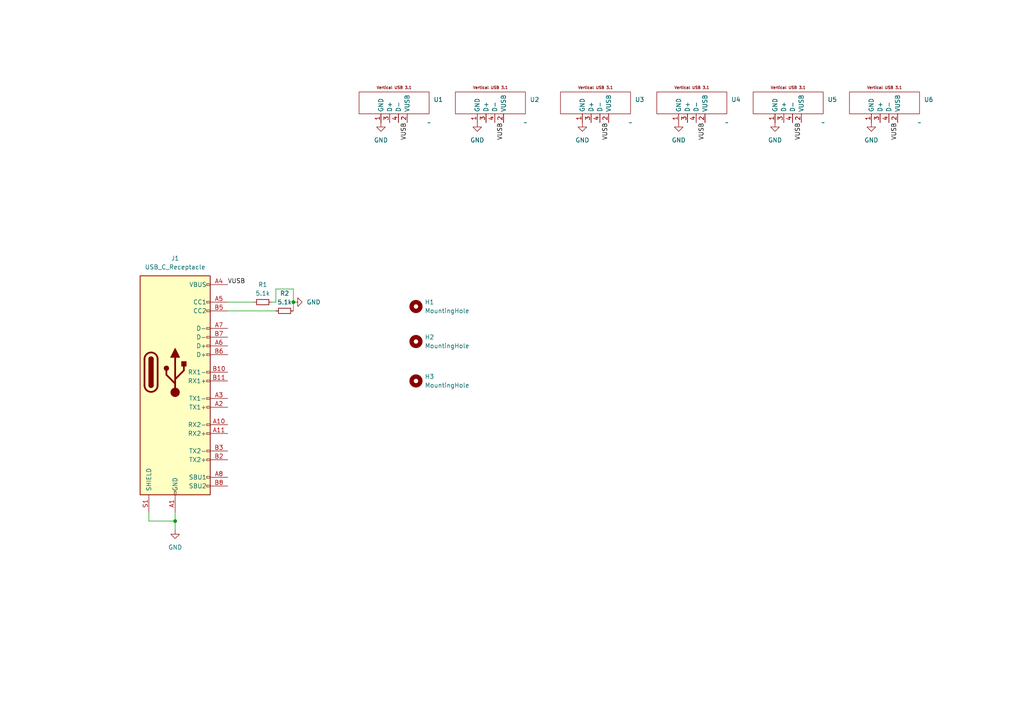
<source format=kicad_sch>
(kicad_sch (version 20230121) (generator eeschema)

  (uuid bf531434-e419-4ecc-a586-d4f15a7d85e9)

  (paper "A4")

  (lib_symbols
    (symbol "Connector:USB_C_Receptacle" (pin_names (offset 1.016)) (in_bom yes) (on_board yes)
      (property "Reference" "J" (at -10.16 29.21 0)
        (effects (font (size 1.27 1.27)) (justify left))
      )
      (property "Value" "USB_C_Receptacle" (at 10.16 29.21 0)
        (effects (font (size 1.27 1.27)) (justify right))
      )
      (property "Footprint" "" (at 3.81 0 0)
        (effects (font (size 1.27 1.27)) hide)
      )
      (property "Datasheet" "https://www.usb.org/sites/default/files/documents/usb_type-c.zip" (at 3.81 0 0)
        (effects (font (size 1.27 1.27)) hide)
      )
      (property "ki_keywords" "usb universal serial bus type-C full-featured" (at 0 0 0)
        (effects (font (size 1.27 1.27)) hide)
      )
      (property "ki_description" "USB Full-Featured Type-C Receptacle connector" (at 0 0 0)
        (effects (font (size 1.27 1.27)) hide)
      )
      (property "ki_fp_filters" "USB*C*Receptacle*" (at 0 0 0)
        (effects (font (size 1.27 1.27)) hide)
      )
      (symbol "USB_C_Receptacle_0_0"
        (rectangle (start -0.254 -35.56) (end 0.254 -34.544)
          (stroke (width 0) (type default))
          (fill (type none))
        )
        (rectangle (start 10.16 -32.766) (end 9.144 -33.274)
          (stroke (width 0) (type default))
          (fill (type none))
        )
        (rectangle (start 10.16 -30.226) (end 9.144 -30.734)
          (stroke (width 0) (type default))
          (fill (type none))
        )
        (rectangle (start 10.16 -25.146) (end 9.144 -25.654)
          (stroke (width 0) (type default))
          (fill (type none))
        )
        (rectangle (start 10.16 -22.606) (end 9.144 -23.114)
          (stroke (width 0) (type default))
          (fill (type none))
        )
        (rectangle (start 10.16 -17.526) (end 9.144 -18.034)
          (stroke (width 0) (type default))
          (fill (type none))
        )
        (rectangle (start 10.16 -14.986) (end 9.144 -15.494)
          (stroke (width 0) (type default))
          (fill (type none))
        )
        (rectangle (start 10.16 -9.906) (end 9.144 -10.414)
          (stroke (width 0) (type default))
          (fill (type none))
        )
        (rectangle (start 10.16 -7.366) (end 9.144 -7.874)
          (stroke (width 0) (type default))
          (fill (type none))
        )
        (rectangle (start 10.16 -2.286) (end 9.144 -2.794)
          (stroke (width 0) (type default))
          (fill (type none))
        )
        (rectangle (start 10.16 0.254) (end 9.144 -0.254)
          (stroke (width 0) (type default))
          (fill (type none))
        )
        (rectangle (start 10.16 5.334) (end 9.144 4.826)
          (stroke (width 0) (type default))
          (fill (type none))
        )
        (rectangle (start 10.16 7.874) (end 9.144 7.366)
          (stroke (width 0) (type default))
          (fill (type none))
        )
        (rectangle (start 10.16 10.414) (end 9.144 9.906)
          (stroke (width 0) (type default))
          (fill (type none))
        )
        (rectangle (start 10.16 12.954) (end 9.144 12.446)
          (stroke (width 0) (type default))
          (fill (type none))
        )
        (rectangle (start 10.16 18.034) (end 9.144 17.526)
          (stroke (width 0) (type default))
          (fill (type none))
        )
        (rectangle (start 10.16 20.574) (end 9.144 20.066)
          (stroke (width 0) (type default))
          (fill (type none))
        )
        (rectangle (start 10.16 25.654) (end 9.144 25.146)
          (stroke (width 0) (type default))
          (fill (type none))
        )
      )
      (symbol "USB_C_Receptacle_0_1"
        (rectangle (start -10.16 27.94) (end 10.16 -35.56)
          (stroke (width 0.254) (type default))
          (fill (type background))
        )
        (arc (start -8.89 -3.81) (mid -6.985 -5.7067) (end -5.08 -3.81)
          (stroke (width 0.508) (type default))
          (fill (type none))
        )
        (arc (start -7.62 -3.81) (mid -6.985 -4.4423) (end -6.35 -3.81)
          (stroke (width 0.254) (type default))
          (fill (type none))
        )
        (arc (start -7.62 -3.81) (mid -6.985 -4.4423) (end -6.35 -3.81)
          (stroke (width 0.254) (type default))
          (fill (type outline))
        )
        (rectangle (start -7.62 -3.81) (end -6.35 3.81)
          (stroke (width 0.254) (type default))
          (fill (type outline))
        )
        (arc (start -6.35 3.81) (mid -6.985 4.4423) (end -7.62 3.81)
          (stroke (width 0.254) (type default))
          (fill (type none))
        )
        (arc (start -6.35 3.81) (mid -6.985 4.4423) (end -7.62 3.81)
          (stroke (width 0.254) (type default))
          (fill (type outline))
        )
        (arc (start -5.08 3.81) (mid -6.985 5.7067) (end -8.89 3.81)
          (stroke (width 0.508) (type default))
          (fill (type none))
        )
        (polyline
          (pts
            (xy -8.89 -3.81)
            (xy -8.89 3.81)
          )
          (stroke (width 0.508) (type default))
          (fill (type none))
        )
        (polyline
          (pts
            (xy -5.08 3.81)
            (xy -5.08 -3.81)
          )
          (stroke (width 0.508) (type default))
          (fill (type none))
        )
      )
      (symbol "USB_C_Receptacle_1_1"
        (circle (center -2.54 1.143) (radius 0.635)
          (stroke (width 0.254) (type default))
          (fill (type outline))
        )
        (circle (center 0 -5.842) (radius 1.27)
          (stroke (width 0) (type default))
          (fill (type outline))
        )
        (polyline
          (pts
            (xy 0 -5.842)
            (xy 0 4.318)
          )
          (stroke (width 0.508) (type default))
          (fill (type none))
        )
        (polyline
          (pts
            (xy 0 -3.302)
            (xy -2.54 -0.762)
            (xy -2.54 0.508)
          )
          (stroke (width 0.508) (type default))
          (fill (type none))
        )
        (polyline
          (pts
            (xy 0 -2.032)
            (xy 2.54 0.508)
            (xy 2.54 1.778)
          )
          (stroke (width 0.508) (type default))
          (fill (type none))
        )
        (polyline
          (pts
            (xy -1.27 4.318)
            (xy 0 6.858)
            (xy 1.27 4.318)
            (xy -1.27 4.318)
          )
          (stroke (width 0.254) (type default))
          (fill (type outline))
        )
        (rectangle (start 1.905 1.778) (end 3.175 3.048)
          (stroke (width 0.254) (type default))
          (fill (type outline))
        )
        (pin passive line (at 0 -40.64 90) (length 5.08)
          (name "GND" (effects (font (size 1.27 1.27))))
          (number "A1" (effects (font (size 1.27 1.27))))
        )
        (pin bidirectional line (at 15.24 -15.24 180) (length 5.08)
          (name "RX2-" (effects (font (size 1.27 1.27))))
          (number "A10" (effects (font (size 1.27 1.27))))
        )
        (pin bidirectional line (at 15.24 -17.78 180) (length 5.08)
          (name "RX2+" (effects (font (size 1.27 1.27))))
          (number "A11" (effects (font (size 1.27 1.27))))
        )
        (pin passive line (at 0 -40.64 90) (length 5.08) hide
          (name "GND" (effects (font (size 1.27 1.27))))
          (number "A12" (effects (font (size 1.27 1.27))))
        )
        (pin bidirectional line (at 15.24 -10.16 180) (length 5.08)
          (name "TX1+" (effects (font (size 1.27 1.27))))
          (number "A2" (effects (font (size 1.27 1.27))))
        )
        (pin bidirectional line (at 15.24 -7.62 180) (length 5.08)
          (name "TX1-" (effects (font (size 1.27 1.27))))
          (number "A3" (effects (font (size 1.27 1.27))))
        )
        (pin passive line (at 15.24 25.4 180) (length 5.08)
          (name "VBUS" (effects (font (size 1.27 1.27))))
          (number "A4" (effects (font (size 1.27 1.27))))
        )
        (pin bidirectional line (at 15.24 20.32 180) (length 5.08)
          (name "CC1" (effects (font (size 1.27 1.27))))
          (number "A5" (effects (font (size 1.27 1.27))))
        )
        (pin bidirectional line (at 15.24 7.62 180) (length 5.08)
          (name "D+" (effects (font (size 1.27 1.27))))
          (number "A6" (effects (font (size 1.27 1.27))))
        )
        (pin bidirectional line (at 15.24 12.7 180) (length 5.08)
          (name "D-" (effects (font (size 1.27 1.27))))
          (number "A7" (effects (font (size 1.27 1.27))))
        )
        (pin bidirectional line (at 15.24 -30.48 180) (length 5.08)
          (name "SBU1" (effects (font (size 1.27 1.27))))
          (number "A8" (effects (font (size 1.27 1.27))))
        )
        (pin passive line (at 15.24 25.4 180) (length 5.08) hide
          (name "VBUS" (effects (font (size 1.27 1.27))))
          (number "A9" (effects (font (size 1.27 1.27))))
        )
        (pin passive line (at 0 -40.64 90) (length 5.08) hide
          (name "GND" (effects (font (size 1.27 1.27))))
          (number "B1" (effects (font (size 1.27 1.27))))
        )
        (pin bidirectional line (at 15.24 0 180) (length 5.08)
          (name "RX1-" (effects (font (size 1.27 1.27))))
          (number "B10" (effects (font (size 1.27 1.27))))
        )
        (pin bidirectional line (at 15.24 -2.54 180) (length 5.08)
          (name "RX1+" (effects (font (size 1.27 1.27))))
          (number "B11" (effects (font (size 1.27 1.27))))
        )
        (pin passive line (at 0 -40.64 90) (length 5.08) hide
          (name "GND" (effects (font (size 1.27 1.27))))
          (number "B12" (effects (font (size 1.27 1.27))))
        )
        (pin bidirectional line (at 15.24 -25.4 180) (length 5.08)
          (name "TX2+" (effects (font (size 1.27 1.27))))
          (number "B2" (effects (font (size 1.27 1.27))))
        )
        (pin bidirectional line (at 15.24 -22.86 180) (length 5.08)
          (name "TX2-" (effects (font (size 1.27 1.27))))
          (number "B3" (effects (font (size 1.27 1.27))))
        )
        (pin passive line (at 15.24 25.4 180) (length 5.08) hide
          (name "VBUS" (effects (font (size 1.27 1.27))))
          (number "B4" (effects (font (size 1.27 1.27))))
        )
        (pin bidirectional line (at 15.24 17.78 180) (length 5.08)
          (name "CC2" (effects (font (size 1.27 1.27))))
          (number "B5" (effects (font (size 1.27 1.27))))
        )
        (pin bidirectional line (at 15.24 5.08 180) (length 5.08)
          (name "D+" (effects (font (size 1.27 1.27))))
          (number "B6" (effects (font (size 1.27 1.27))))
        )
        (pin bidirectional line (at 15.24 10.16 180) (length 5.08)
          (name "D-" (effects (font (size 1.27 1.27))))
          (number "B7" (effects (font (size 1.27 1.27))))
        )
        (pin bidirectional line (at 15.24 -33.02 180) (length 5.08)
          (name "SBU2" (effects (font (size 1.27 1.27))))
          (number "B8" (effects (font (size 1.27 1.27))))
        )
        (pin passive line (at 15.24 25.4 180) (length 5.08) hide
          (name "VBUS" (effects (font (size 1.27 1.27))))
          (number "B9" (effects (font (size 1.27 1.27))))
        )
        (pin passive line (at -7.62 -40.64 90) (length 5.08)
          (name "SHIELD" (effects (font (size 1.27 1.27))))
          (number "S1" (effects (font (size 1.27 1.27))))
        )
      )
    )
    (symbol "Device:R_Small" (pin_numbers hide) (pin_names (offset 0.254) hide) (in_bom yes) (on_board yes)
      (property "Reference" "R" (at 0.762 0.508 0)
        (effects (font (size 1.27 1.27)) (justify left))
      )
      (property "Value" "R_Small" (at 0.762 -1.016 0)
        (effects (font (size 1.27 1.27)) (justify left))
      )
      (property "Footprint" "" (at 0 0 0)
        (effects (font (size 1.27 1.27)) hide)
      )
      (property "Datasheet" "~" (at 0 0 0)
        (effects (font (size 1.27 1.27)) hide)
      )
      (property "ki_keywords" "R resistor" (at 0 0 0)
        (effects (font (size 1.27 1.27)) hide)
      )
      (property "ki_description" "Resistor, small symbol" (at 0 0 0)
        (effects (font (size 1.27 1.27)) hide)
      )
      (property "ki_fp_filters" "R_*" (at 0 0 0)
        (effects (font (size 1.27 1.27)) hide)
      )
      (symbol "R_Small_0_1"
        (rectangle (start -0.762 1.778) (end 0.762 -1.778)
          (stroke (width 0.2032) (type default))
          (fill (type none))
        )
      )
      (symbol "R_Small_1_1"
        (pin passive line (at 0 2.54 270) (length 0.762)
          (name "~" (effects (font (size 1.27 1.27))))
          (number "1" (effects (font (size 1.27 1.27))))
        )
        (pin passive line (at 0 -2.54 90) (length 0.762)
          (name "~" (effects (font (size 1.27 1.27))))
          (number "2" (effects (font (size 1.27 1.27))))
        )
      )
    )
    (symbol "Mechanical:MountingHole" (pin_names (offset 1.016)) (in_bom yes) (on_board yes)
      (property "Reference" "H" (at 0 5.08 0)
        (effects (font (size 1.27 1.27)))
      )
      (property "Value" "MountingHole" (at 0 3.175 0)
        (effects (font (size 1.27 1.27)))
      )
      (property "Footprint" "" (at 0 0 0)
        (effects (font (size 1.27 1.27)) hide)
      )
      (property "Datasheet" "~" (at 0 0 0)
        (effects (font (size 1.27 1.27)) hide)
      )
      (property "ki_keywords" "mounting hole" (at 0 0 0)
        (effects (font (size 1.27 1.27)) hide)
      )
      (property "ki_description" "Mounting Hole without connection" (at 0 0 0)
        (effects (font (size 1.27 1.27)) hide)
      )
      (property "ki_fp_filters" "MountingHole*" (at 0 0 0)
        (effects (font (size 1.27 1.27)) hide)
      )
      (symbol "MountingHole_0_1"
        (circle (center 0 0) (radius 1.27)
          (stroke (width 1.27) (type default))
          (fill (type none))
        )
      )
    )
    (symbol "power:GND" (power) (pin_names (offset 0)) (in_bom yes) (on_board yes)
      (property "Reference" "#PWR" (at 0 -6.35 0)
        (effects (font (size 1.27 1.27)) hide)
      )
      (property "Value" "GND" (at 0 -3.81 0)
        (effects (font (size 1.27 1.27)))
      )
      (property "Footprint" "" (at 0 0 0)
        (effects (font (size 1.27 1.27)) hide)
      )
      (property "Datasheet" "" (at 0 0 0)
        (effects (font (size 1.27 1.27)) hide)
      )
      (property "ki_keywords" "global power" (at 0 0 0)
        (effects (font (size 1.27 1.27)) hide)
      )
      (property "ki_description" "Power symbol creates a global label with name \"GND\" , ground" (at 0 0 0)
        (effects (font (size 1.27 1.27)) hide)
      )
      (symbol "GND_0_1"
        (polyline
          (pts
            (xy 0 0)
            (xy 0 -1.27)
            (xy 1.27 -1.27)
            (xy 0 -2.54)
            (xy -1.27 -1.27)
            (xy 0 -1.27)
          )
          (stroke (width 0) (type default))
          (fill (type none))
        )
      )
      (symbol "GND_1_1"
        (pin power_in line (at 0 0 270) (length 0) hide
          (name "GND" (effects (font (size 1.27 1.27))))
          (number "1" (effects (font (size 1.27 1.27))))
        )
      )
    )
    (symbol "verticalusb:VertUSB31" (in_bom yes) (on_board yes)
      (property "Reference" "U" (at -8.89 7.62 0)
        (effects (font (size 1.27 1.27)))
      )
      (property "Value" "" (at 10.16 -2.54 0)
        (effects (font (size 1.27 1.27)))
      )
      (property "Footprint" "" (at 10.16 -2.54 0)
        (effects (font (size 1.27 1.27)) hide)
      )
      (property "Datasheet" "" (at 10.16 -2.54 0)
        (effects (font (size 1.27 1.27)) hide)
      )
      (symbol "VertUSB31_0_1"
        (rectangle (start -10.16 6.35) (end 10.16 0)
          (stroke (width 0) (type default))
          (fill (type none))
        )
      )
      (symbol "VertUSB31_1_1"
        (text "Vertical USB 3.1" (at 0 7.62 0)
          (effects (font (size 0.8 0.8)))
        )
        (pin power_in line (at -3.81 -2.54 90) (length 2.54)
          (name "GND" (effects (font (size 1.27 1.27))))
          (number "1" (effects (font (size 1.27 1.27))))
        )
        (pin power_in line (at 3.81 -2.54 90) (length 2.54)
          (name "VUSB" (effects (font (size 1.27 1.27))))
          (number "2" (effects (font (size 1.27 1.27))))
        )
        (pin bidirectional line (at -1.27 -2.54 90) (length 2.54)
          (name "D+" (effects (font (size 1.27 1.27))))
          (number "3" (effects (font (size 1.27 1.27))))
        )
        (pin bidirectional line (at 1.27 -2.54 90) (length 2.54)
          (name "D-" (effects (font (size 1.27 1.27))))
          (number "4" (effects (font (size 1.27 1.27))))
        )
      )
    )
  )

  (junction (at 50.8 151.13) (diameter 0) (color 0 0 0 0)
    (uuid 0eb1cb16-7fbe-49d5-bef5-d148c3680fff)
  )
  (junction (at 85.09 87.63) (diameter 0) (color 0 0 0 0)
    (uuid 7b1c4df6-69d0-428a-8358-c1f73c456a91)
  )

  (wire (pts (xy 43.18 151.13) (xy 50.8 151.13))
    (stroke (width 0) (type default))
    (uuid 5378cdbd-d17b-4101-b3a0-ab699ca78d11)
  )
  (wire (pts (xy 80.01 83.82) (xy 85.09 83.82))
    (stroke (width 0) (type default))
    (uuid 7a9d3ab8-737f-432b-9b74-7301f944e498)
  )
  (wire (pts (xy 43.18 148.59) (xy 43.18 151.13))
    (stroke (width 0) (type default))
    (uuid 7b370ab8-9ce1-4822-ad94-28dbc5473c74)
  )
  (wire (pts (xy 50.8 151.13) (xy 50.8 153.67))
    (stroke (width 0) (type default))
    (uuid a61fd825-1fd7-479f-b016-6f761c5cfd95)
  )
  (wire (pts (xy 66.04 90.17) (xy 80.01 90.17))
    (stroke (width 0) (type default))
    (uuid ad0d4cd0-8b93-432b-9b7f-f0bb83d2d3cb)
  )
  (wire (pts (xy 66.04 87.63) (xy 73.66 87.63))
    (stroke (width 0) (type default))
    (uuid b814f221-20d7-4db4-ad30-0f0c8ab1d747)
  )
  (wire (pts (xy 85.09 87.63) (xy 85.09 90.17))
    (stroke (width 0) (type default))
    (uuid c011cb27-a590-43df-8297-0ee9c5f986fd)
  )
  (wire (pts (xy 85.09 83.82) (xy 85.09 87.63))
    (stroke (width 0) (type default))
    (uuid d8defdff-7c3b-443c-b4f1-52f52c11391c)
  )
  (wire (pts (xy 80.01 87.63) (xy 80.01 83.82))
    (stroke (width 0) (type default))
    (uuid f3dbe05f-981a-4586-ae16-84db473683eb)
  )
  (wire (pts (xy 50.8 148.59) (xy 50.8 151.13))
    (stroke (width 0) (type default))
    (uuid f8cc18a2-ae4a-4896-9dcf-99231c291a30)
  )
  (wire (pts (xy 78.74 87.63) (xy 80.01 87.63))
    (stroke (width 0) (type default))
    (uuid fb61fee7-209c-4eb6-b842-55637404a4a1)
  )

  (label "VUSB" (at 118.11 35.56 270) (fields_autoplaced)
    (effects (font (size 1.27 1.27)) (justify right bottom))
    (uuid 2c722fb9-ad38-4cd9-b764-d4d96f3489b1)
  )
  (label "VUSB" (at 204.47 35.56 270) (fields_autoplaced)
    (effects (font (size 1.27 1.27)) (justify right bottom))
    (uuid 305d94ff-ac14-40c7-a50b-0ce3c170915e)
  )
  (label "VUSB" (at 66.04 82.55 0) (fields_autoplaced)
    (effects (font (size 1.27 1.27)) (justify left bottom))
    (uuid 7a36ea55-6ff7-4b5d-9d1b-b2de9284ed2b)
  )
  (label "VUSB" (at 176.53 35.56 270) (fields_autoplaced)
    (effects (font (size 1.27 1.27)) (justify right bottom))
    (uuid 84d788f8-90cb-4c28-82bb-2399bf3f4a30)
  )
  (label "VUSB" (at 232.41 35.56 270) (fields_autoplaced)
    (effects (font (size 1.27 1.27)) (justify right bottom))
    (uuid a6855ba9-bdff-4e45-9240-bea70f15a6bc)
  )
  (label "VUSB" (at 260.35 35.56 270) (fields_autoplaced)
    (effects (font (size 1.27 1.27)) (justify right bottom))
    (uuid d31385cd-e1b4-423b-890d-6137703d5397)
  )
  (label "VUSB" (at 146.05 35.56 270) (fields_autoplaced)
    (effects (font (size 1.27 1.27)) (justify right bottom))
    (uuid f6fcd033-d4fe-43da-b055-1fa488f7c509)
  )

  (symbol (lib_id "power:GND") (at 196.85 35.56 0) (unit 1)
    (in_bom yes) (on_board yes) (dnp no) (fields_autoplaced)
    (uuid 15c345de-0b57-4f87-9294-b1df75699a33)
    (property "Reference" "#PWR04" (at 196.85 41.91 0)
      (effects (font (size 1.27 1.27)) hide)
    )
    (property "Value" "GND" (at 196.85 40.64 0)
      (effects (font (size 1.27 1.27)))
    )
    (property "Footprint" "" (at 196.85 35.56 0)
      (effects (font (size 1.27 1.27)) hide)
    )
    (property "Datasheet" "" (at 196.85 35.56 0)
      (effects (font (size 1.27 1.27)) hide)
    )
    (pin "1" (uuid 5c440d58-a951-4815-85d2-2a089dd5bada))
    (instances
      (project "verticalusb"
        (path "/bf531434-e419-4ecc-a586-d4f15a7d85e9"
          (reference "#PWR04") (unit 1)
        )
      )
    )
  )

  (symbol (lib_id "power:GND") (at 85.09 87.63 90) (unit 1)
    (in_bom yes) (on_board yes) (dnp no) (fields_autoplaced)
    (uuid 1b8ba479-5c94-4fa9-a95a-ec6557665e2e)
    (property "Reference" "#PWR08" (at 91.44 87.63 0)
      (effects (font (size 1.27 1.27)) hide)
    )
    (property "Value" "GND" (at 88.9 87.63 90)
      (effects (font (size 1.27 1.27)) (justify right))
    )
    (property "Footprint" "" (at 85.09 87.63 0)
      (effects (font (size 1.27 1.27)) hide)
    )
    (property "Datasheet" "" (at 85.09 87.63 0)
      (effects (font (size 1.27 1.27)) hide)
    )
    (pin "1" (uuid 2b6707ff-dacd-40e0-b532-da546493dd8d))
    (instances
      (project "verticalusb"
        (path "/bf531434-e419-4ecc-a586-d4f15a7d85e9"
          (reference "#PWR08") (unit 1)
        )
      )
    )
  )

  (symbol (lib_id "Mechanical:MountingHole") (at 120.65 88.9 0) (unit 1)
    (in_bom yes) (on_board yes) (dnp no) (fields_autoplaced)
    (uuid 3048424d-ac7a-42e7-a9d6-f7d1c365e6b3)
    (property "Reference" "H1" (at 123.19 87.63 0)
      (effects (font (size 1.27 1.27)) (justify left))
    )
    (property "Value" "MountingHole" (at 123.19 90.17 0)
      (effects (font (size 1.27 1.27)) (justify left))
    )
    (property "Footprint" "MountingHole:MountingHole_3.2mm_M3" (at 120.65 88.9 0)
      (effects (font (size 1.27 1.27)) hide)
    )
    (property "Datasheet" "~" (at 120.65 88.9 0)
      (effects (font (size 1.27 1.27)) hide)
    )
    (instances
      (project "verticalusb"
        (path "/bf531434-e419-4ecc-a586-d4f15a7d85e9"
          (reference "H1") (unit 1)
        )
      )
    )
  )

  (symbol (lib_id "verticalusb:VertUSB31") (at 142.24 33.02 0) (unit 1)
    (in_bom yes) (on_board yes) (dnp no) (fields_autoplaced)
    (uuid 31ed5df1-84df-4883-9de9-7622fc9e5612)
    (property "Reference" "U2" (at 153.67 28.8882 0)
      (effects (font (size 1.27 1.27)) (justify left))
    )
    (property "Value" "~" (at 152.4 35.56 0)
      (effects (font (size 1.27 1.27)))
    )
    (property "Footprint" "verticalub:VertUSB 3.1" (at 152.4 35.56 0)
      (effects (font (size 1.27 1.27)) hide)
    )
    (property "Datasheet" "" (at 152.4 35.56 0)
      (effects (font (size 1.27 1.27)) hide)
    )
    (pin "1" (uuid 16c7d33b-5f58-4b7a-88ea-3acda6786955))
    (pin "2" (uuid 105a0bed-9a94-48f4-ac0f-4bb88ef82b71))
    (pin "3" (uuid 01b43a8b-0885-42fe-beaa-f93a356a2e86))
    (pin "4" (uuid f3326ff3-1667-4dd7-806d-f00969516f72))
    (instances
      (project "verticalusb"
        (path "/bf531434-e419-4ecc-a586-d4f15a7d85e9"
          (reference "U2") (unit 1)
        )
      )
    )
  )

  (symbol (lib_id "power:GND") (at 168.91 35.56 0) (unit 1)
    (in_bom yes) (on_board yes) (dnp no) (fields_autoplaced)
    (uuid 31fe38f4-0b76-4e29-95db-992eab71b4dd)
    (property "Reference" "#PWR03" (at 168.91 41.91 0)
      (effects (font (size 1.27 1.27)) hide)
    )
    (property "Value" "GND" (at 168.91 40.64 0)
      (effects (font (size 1.27 1.27)))
    )
    (property "Footprint" "" (at 168.91 35.56 0)
      (effects (font (size 1.27 1.27)) hide)
    )
    (property "Datasheet" "" (at 168.91 35.56 0)
      (effects (font (size 1.27 1.27)) hide)
    )
    (pin "1" (uuid a8258abd-2c1d-4c0b-8d57-fbe47c6bef3a))
    (instances
      (project "verticalusb"
        (path "/bf531434-e419-4ecc-a586-d4f15a7d85e9"
          (reference "#PWR03") (unit 1)
        )
      )
    )
  )

  (symbol (lib_id "verticalusb:VertUSB31") (at 172.72 33.02 0) (unit 1)
    (in_bom yes) (on_board yes) (dnp no) (fields_autoplaced)
    (uuid 3ba40c2e-756a-46a8-9dfd-eac61ef3d779)
    (property "Reference" "U3" (at 184.15 28.8882 0)
      (effects (font (size 1.27 1.27)) (justify left))
    )
    (property "Value" "~" (at 182.88 35.56 0)
      (effects (font (size 1.27 1.27)))
    )
    (property "Footprint" "verticalub:VertUSB 3.1" (at 182.88 35.56 0)
      (effects (font (size 1.27 1.27)) hide)
    )
    (property "Datasheet" "" (at 182.88 35.56 0)
      (effects (font (size 1.27 1.27)) hide)
    )
    (pin "1" (uuid 526c8d14-8e4e-4801-bb20-0e3391084f7c))
    (pin "2" (uuid 07d57e8f-d042-4870-aaea-c120b1f3c02c))
    (pin "3" (uuid f3d45230-a689-40ef-9469-ed7f7efc100d))
    (pin "4" (uuid c8a3df06-51d5-4f99-ba45-a8370db59d4b))
    (instances
      (project "verticalusb"
        (path "/bf531434-e419-4ecc-a586-d4f15a7d85e9"
          (reference "U3") (unit 1)
        )
      )
    )
  )

  (symbol (lib_id "Device:R_Small") (at 76.2 87.63 90) (unit 1)
    (in_bom yes) (on_board yes) (dnp no) (fields_autoplaced)
    (uuid 46e5e537-d130-435d-9cd0-f6b129432711)
    (property "Reference" "R1" (at 76.2 82.55 90)
      (effects (font (size 1.27 1.27)))
    )
    (property "Value" "5.1k" (at 76.2 85.09 90)
      (effects (font (size 1.27 1.27)))
    )
    (property "Footprint" "Resistor_SMD:R_0603_1608Metric" (at 76.2 87.63 0)
      (effects (font (size 1.27 1.27)) hide)
    )
    (property "Datasheet" "~" (at 76.2 87.63 0)
      (effects (font (size 1.27 1.27)) hide)
    )
    (pin "1" (uuid f02a1fa8-3e11-484e-ad22-0a2a436d2080))
    (pin "2" (uuid 4500a1c8-66bc-4fe5-9a38-c950ac67a70f))
    (instances
      (project "verticalusb"
        (path "/bf531434-e419-4ecc-a586-d4f15a7d85e9"
          (reference "R1") (unit 1)
        )
      )
    )
  )

  (symbol (lib_id "verticalusb:VertUSB31") (at 228.6 33.02 0) (unit 1)
    (in_bom yes) (on_board yes) (dnp no) (fields_autoplaced)
    (uuid 4f535eba-f792-404c-8a8b-4220086b400f)
    (property "Reference" "U5" (at 240.03 28.8882 0)
      (effects (font (size 1.27 1.27)) (justify left))
    )
    (property "Value" "~" (at 238.76 35.56 0)
      (effects (font (size 1.27 1.27)))
    )
    (property "Footprint" "verticalub:VertUSB 3.1" (at 238.76 35.56 0)
      (effects (font (size 1.27 1.27)) hide)
    )
    (property "Datasheet" "" (at 238.76 35.56 0)
      (effects (font (size 1.27 1.27)) hide)
    )
    (pin "1" (uuid bfed5099-b72a-444d-87ed-a5d55ce49f14))
    (pin "2" (uuid 8ef100e0-6f1a-45ee-8114-b1b55f33a830))
    (pin "3" (uuid b889fcf7-2912-49ce-b863-3171c36d9d01))
    (pin "4" (uuid 560bdee9-1a23-457f-a640-dba9ae6ecc4c))
    (instances
      (project "verticalusb"
        (path "/bf531434-e419-4ecc-a586-d4f15a7d85e9"
          (reference "U5") (unit 1)
        )
      )
    )
  )

  (symbol (lib_id "Mechanical:MountingHole") (at 120.65 99.06 0) (unit 1)
    (in_bom yes) (on_board yes) (dnp no) (fields_autoplaced)
    (uuid 4f8f8799-bf8a-4c15-aa31-9ceeb0f8bf5c)
    (property "Reference" "H2" (at 123.19 97.79 0)
      (effects (font (size 1.27 1.27)) (justify left))
    )
    (property "Value" "MountingHole" (at 123.19 100.33 0)
      (effects (font (size 1.27 1.27)) (justify left))
    )
    (property "Footprint" "MountingHole:MountingHole_3.2mm_M3" (at 120.65 99.06 0)
      (effects (font (size 1.27 1.27)) hide)
    )
    (property "Datasheet" "~" (at 120.65 99.06 0)
      (effects (font (size 1.27 1.27)) hide)
    )
    (instances
      (project "verticalusb"
        (path "/bf531434-e419-4ecc-a586-d4f15a7d85e9"
          (reference "H2") (unit 1)
        )
      )
    )
  )

  (symbol (lib_id "Mechanical:MountingHole") (at 120.65 110.49 0) (unit 1)
    (in_bom yes) (on_board yes) (dnp no) (fields_autoplaced)
    (uuid 5cb38c2e-39fd-437d-95cc-8a4b82e4aed0)
    (property "Reference" "H3" (at 123.19 109.22 0)
      (effects (font (size 1.27 1.27)) (justify left))
    )
    (property "Value" "MountingHole" (at 123.19 111.76 0)
      (effects (font (size 1.27 1.27)) (justify left))
    )
    (property "Footprint" "MountingHole:MountingHole_3.2mm_M3" (at 120.65 110.49 0)
      (effects (font (size 1.27 1.27)) hide)
    )
    (property "Datasheet" "~" (at 120.65 110.49 0)
      (effects (font (size 1.27 1.27)) hide)
    )
    (instances
      (project "verticalusb"
        (path "/bf531434-e419-4ecc-a586-d4f15a7d85e9"
          (reference "H3") (unit 1)
        )
      )
    )
  )

  (symbol (lib_id "power:GND") (at 138.43 35.56 0) (unit 1)
    (in_bom yes) (on_board yes) (dnp no) (fields_autoplaced)
    (uuid 60441785-834f-43f5-8f26-5c73a8a46953)
    (property "Reference" "#PWR02" (at 138.43 41.91 0)
      (effects (font (size 1.27 1.27)) hide)
    )
    (property "Value" "GND" (at 138.43 40.64 0)
      (effects (font (size 1.27 1.27)))
    )
    (property "Footprint" "" (at 138.43 35.56 0)
      (effects (font (size 1.27 1.27)) hide)
    )
    (property "Datasheet" "" (at 138.43 35.56 0)
      (effects (font (size 1.27 1.27)) hide)
    )
    (pin "1" (uuid a2688013-2e4f-4e14-9d6d-9b19673c1146))
    (instances
      (project "verticalusb"
        (path "/bf531434-e419-4ecc-a586-d4f15a7d85e9"
          (reference "#PWR02") (unit 1)
        )
      )
    )
  )

  (symbol (lib_id "verticalusb:VertUSB31") (at 256.54 33.02 0) (unit 1)
    (in_bom yes) (on_board yes) (dnp no) (fields_autoplaced)
    (uuid 649c8509-54ce-481f-b2d3-36b7122089bd)
    (property "Reference" "U6" (at 267.97 28.8882 0)
      (effects (font (size 1.27 1.27)) (justify left))
    )
    (property "Value" "~" (at 266.7 35.56 0)
      (effects (font (size 1.27 1.27)))
    )
    (property "Footprint" "verticalub:VertUSB 3.1" (at 266.7 35.56 0)
      (effects (font (size 1.27 1.27)) hide)
    )
    (property "Datasheet" "" (at 266.7 35.56 0)
      (effects (font (size 1.27 1.27)) hide)
    )
    (pin "1" (uuid b00e3930-ef92-4d00-98b7-74d05d8fea4f))
    (pin "2" (uuid 5a0d9ae7-21e4-4bcb-b52f-a82b3894036a))
    (pin "3" (uuid cb24d467-227e-48b4-9679-69f18b28d543))
    (pin "4" (uuid bcf734aa-14f6-4075-8e31-4d52f2309ab8))
    (instances
      (project "verticalusb"
        (path "/bf531434-e419-4ecc-a586-d4f15a7d85e9"
          (reference "U6") (unit 1)
        )
      )
    )
  )

  (symbol (lib_id "power:GND") (at 50.8 153.67 0) (unit 1)
    (in_bom yes) (on_board yes) (dnp no) (fields_autoplaced)
    (uuid 64de0636-393e-4031-90e2-7d28e97f1c1f)
    (property "Reference" "#PWR07" (at 50.8 160.02 0)
      (effects (font (size 1.27 1.27)) hide)
    )
    (property "Value" "GND" (at 50.8 158.75 0)
      (effects (font (size 1.27 1.27)))
    )
    (property "Footprint" "" (at 50.8 153.67 0)
      (effects (font (size 1.27 1.27)) hide)
    )
    (property "Datasheet" "" (at 50.8 153.67 0)
      (effects (font (size 1.27 1.27)) hide)
    )
    (pin "1" (uuid b47867fb-2f7b-48a4-87ef-50820c346a69))
    (instances
      (project "verticalusb"
        (path "/bf531434-e419-4ecc-a586-d4f15a7d85e9"
          (reference "#PWR07") (unit 1)
        )
      )
    )
  )

  (symbol (lib_id "Device:R_Small") (at 82.55 90.17 90) (unit 1)
    (in_bom yes) (on_board yes) (dnp no) (fields_autoplaced)
    (uuid 6ee105f4-73ff-4bd0-a1c4-16e4f6b7f950)
    (property "Reference" "R2" (at 82.55 85.09 90)
      (effects (font (size 1.27 1.27)))
    )
    (property "Value" "5.1k" (at 82.55 87.63 90)
      (effects (font (size 1.27 1.27)))
    )
    (property "Footprint" "Resistor_SMD:R_0603_1608Metric" (at 82.55 90.17 0)
      (effects (font (size 1.27 1.27)) hide)
    )
    (property "Datasheet" "~" (at 82.55 90.17 0)
      (effects (font (size 1.27 1.27)) hide)
    )
    (pin "1" (uuid c0dd0d4c-864f-4a47-a9e6-6766fc20f6c1))
    (pin "2" (uuid ab9a1c0f-81d4-4354-8102-a5c6ce8c121c))
    (instances
      (project "verticalusb"
        (path "/bf531434-e419-4ecc-a586-d4f15a7d85e9"
          (reference "R2") (unit 1)
        )
      )
    )
  )

  (symbol (lib_id "power:GND") (at 252.73 35.56 0) (unit 1)
    (in_bom yes) (on_board yes) (dnp no) (fields_autoplaced)
    (uuid 7deb3597-4ba8-473e-a915-72a3c69ac02a)
    (property "Reference" "#PWR06" (at 252.73 41.91 0)
      (effects (font (size 1.27 1.27)) hide)
    )
    (property "Value" "GND" (at 252.73 40.64 0)
      (effects (font (size 1.27 1.27)))
    )
    (property "Footprint" "" (at 252.73 35.56 0)
      (effects (font (size 1.27 1.27)) hide)
    )
    (property "Datasheet" "" (at 252.73 35.56 0)
      (effects (font (size 1.27 1.27)) hide)
    )
    (pin "1" (uuid a381a5cf-b202-445b-9ddd-3160d6871dd0))
    (instances
      (project "verticalusb"
        (path "/bf531434-e419-4ecc-a586-d4f15a7d85e9"
          (reference "#PWR06") (unit 1)
        )
      )
    )
  )

  (symbol (lib_id "verticalusb:VertUSB31") (at 200.66 33.02 0) (unit 1)
    (in_bom yes) (on_board yes) (dnp no) (fields_autoplaced)
    (uuid 8e160ae3-5d8d-46f9-bf4b-595aabc114b9)
    (property "Reference" "U4" (at 212.09 28.8882 0)
      (effects (font (size 1.27 1.27)) (justify left))
    )
    (property "Value" "~" (at 210.82 35.56 0)
      (effects (font (size 1.27 1.27)))
    )
    (property "Footprint" "verticalub:VertUSB 3.1" (at 210.82 35.56 0)
      (effects (font (size 1.27 1.27)) hide)
    )
    (property "Datasheet" "" (at 210.82 35.56 0)
      (effects (font (size 1.27 1.27)) hide)
    )
    (pin "1" (uuid 2bc8f7b8-d749-4a3a-a4dd-633753dc77aa))
    (pin "2" (uuid b6fdfa52-1ee9-4700-8e31-be93eaed7817))
    (pin "3" (uuid fb5eba7f-70eb-4854-afa7-c5d87aa9777f))
    (pin "4" (uuid 2dae8afb-5136-4bca-9f56-f13ea641a4b5))
    (instances
      (project "verticalusb"
        (path "/bf531434-e419-4ecc-a586-d4f15a7d85e9"
          (reference "U4") (unit 1)
        )
      )
    )
  )

  (symbol (lib_id "verticalusb:VertUSB31") (at 114.3 33.02 0) (unit 1)
    (in_bom yes) (on_board yes) (dnp no) (fields_autoplaced)
    (uuid 9f80c312-337d-44fe-9344-4a44256af3a0)
    (property "Reference" "U1" (at 125.73 28.8882 0)
      (effects (font (size 1.27 1.27)) (justify left))
    )
    (property "Value" "~" (at 124.46 35.56 0)
      (effects (font (size 1.27 1.27)))
    )
    (property "Footprint" "verticalub:VertUSB 3.1" (at 124.46 35.56 0)
      (effects (font (size 1.27 1.27)) hide)
    )
    (property "Datasheet" "" (at 124.46 35.56 0)
      (effects (font (size 1.27 1.27)) hide)
    )
    (pin "1" (uuid 66dd6a31-0efd-4ed5-8a90-3a19c5947a04))
    (pin "2" (uuid adb7e652-5da6-47be-9c5c-83baacc20deb))
    (pin "3" (uuid fbcf785d-cb59-4844-b5d6-64f431b6c761))
    (pin "4" (uuid c546961f-d60f-4de8-b865-0170669d07ec))
    (instances
      (project "verticalusb"
        (path "/bf531434-e419-4ecc-a586-d4f15a7d85e9"
          (reference "U1") (unit 1)
        )
      )
    )
  )

  (symbol (lib_id "Connector:USB_C_Receptacle") (at 50.8 107.95 0) (unit 1)
    (in_bom yes) (on_board yes) (dnp no) (fields_autoplaced)
    (uuid df8daabb-67b9-4ab9-92bf-00469460451a)
    (property "Reference" "J1" (at 50.8 74.93 0)
      (effects (font (size 1.27 1.27)))
    )
    (property "Value" "USB_C_Receptacle" (at 50.8 77.47 0)
      (effects (font (size 1.27 1.27)))
    )
    (property "Footprint" "verticalub:GT-USB-7010" (at 54.61 107.95 0)
      (effects (font (size 1.27 1.27)) hide)
    )
    (property "Datasheet" "https://www.usb.org/sites/default/files/documents/usb_type-c.zip" (at 54.61 107.95 0)
      (effects (font (size 1.27 1.27)) hide)
    )
    (pin "A1" (uuid 4e605a4f-f36b-4fb9-b7db-78b0738b9e63))
    (pin "A10" (uuid c44c9525-3ba8-4e67-b56d-69ca220d5b9c))
    (pin "A11" (uuid a59ef687-0cc3-4d51-87dc-84b5671ce278))
    (pin "A12" (uuid 507d71aa-6401-4174-a3c1-8cbb8ac06d22))
    (pin "A2" (uuid 4c53da52-9a22-45aa-8bbc-9a16b81dfa29))
    (pin "A3" (uuid 5de7fbea-55b9-4f19-8223-be774703ed69))
    (pin "A4" (uuid bab900f2-0a46-4bb4-989e-e6ad1d2225b2))
    (pin "A5" (uuid 10698adf-3f78-4739-8564-382943b1c178))
    (pin "A6" (uuid 9ae9835a-0b60-4bfc-a4f8-0faf7a065e48))
    (pin "A7" (uuid 2ba542f4-20ab-4622-9234-bf46ffbdf3c8))
    (pin "A8" (uuid f6547cd4-14db-4244-9124-88dcb2a4bfcb))
    (pin "A9" (uuid f6cac1fc-981c-4207-ae3d-1979a1515e89))
    (pin "B1" (uuid 5fb14fe8-7dfd-4882-b138-e4c89525faae))
    (pin "B10" (uuid b53f40c3-1d0c-4cb9-9038-3b55c6ad2457))
    (pin "B11" (uuid 79467071-7758-4457-b16b-fca815bb9a9c))
    (pin "B12" (uuid 67c43b58-5c58-440c-b6c2-9f709d134959))
    (pin "B2" (uuid bcc4a3f7-6e0d-4bcb-9ec1-15ec8a4e7f58))
    (pin "B3" (uuid 6e7bcd48-76ab-4a47-9866-7d48e90f625b))
    (pin "B4" (uuid 246d742d-a699-4a42-a78e-9d41d9795133))
    (pin "B5" (uuid 1f6aeb68-acb6-415c-b203-3a4228802b7e))
    (pin "B6" (uuid d9c7627e-cfbb-42a5-a70c-360957ec6c6e))
    (pin "B7" (uuid 74f204fc-09f8-422b-be82-c76ffdd0f025))
    (pin "B8" (uuid 2b907194-f7fd-4835-a6d4-9d2e653d65a5))
    (pin "B9" (uuid 251aaeaa-f32f-4580-b6e1-98bc4e8865cf))
    (pin "S1" (uuid 0add2212-7f4d-41b9-a290-6370982e5c80))
    (instances
      (project "verticalusb"
        (path "/bf531434-e419-4ecc-a586-d4f15a7d85e9"
          (reference "J1") (unit 1)
        )
      )
    )
  )

  (symbol (lib_id "power:GND") (at 224.79 35.56 0) (unit 1)
    (in_bom yes) (on_board yes) (dnp no) (fields_autoplaced)
    (uuid e933982f-8ff3-46fe-b63f-6bdc79c1f6ed)
    (property "Reference" "#PWR05" (at 224.79 41.91 0)
      (effects (font (size 1.27 1.27)) hide)
    )
    (property "Value" "GND" (at 224.79 40.64 0)
      (effects (font (size 1.27 1.27)))
    )
    (property "Footprint" "" (at 224.79 35.56 0)
      (effects (font (size 1.27 1.27)) hide)
    )
    (property "Datasheet" "" (at 224.79 35.56 0)
      (effects (font (size 1.27 1.27)) hide)
    )
    (pin "1" (uuid 5fff4f8b-b6db-42af-a536-2dbfaaca0d32))
    (instances
      (project "verticalusb"
        (path "/bf531434-e419-4ecc-a586-d4f15a7d85e9"
          (reference "#PWR05") (unit 1)
        )
      )
    )
  )

  (symbol (lib_id "power:GND") (at 110.49 35.56 0) (unit 1)
    (in_bom yes) (on_board yes) (dnp no) (fields_autoplaced)
    (uuid f1666bf9-1d4f-4d5f-9895-e1f5045f96e4)
    (property "Reference" "#PWR01" (at 110.49 41.91 0)
      (effects (font (size 1.27 1.27)) hide)
    )
    (property "Value" "GND" (at 110.49 40.64 0)
      (effects (font (size 1.27 1.27)))
    )
    (property "Footprint" "" (at 110.49 35.56 0)
      (effects (font (size 1.27 1.27)) hide)
    )
    (property "Datasheet" "" (at 110.49 35.56 0)
      (effects (font (size 1.27 1.27)) hide)
    )
    (pin "1" (uuid 791e9356-698f-42be-a87d-2f6c58312461))
    (instances
      (project "verticalusb"
        (path "/bf531434-e419-4ecc-a586-d4f15a7d85e9"
          (reference "#PWR01") (unit 1)
        )
      )
    )
  )

  (sheet_instances
    (path "/" (page "1"))
  )
)

</source>
